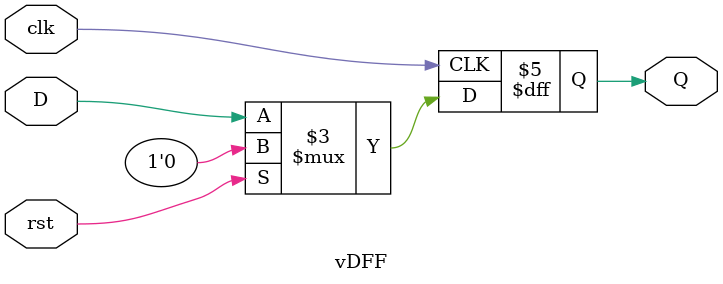
<source format=sv>
module vDFF(clk,rst,D,Q);
  parameter n=1;
  input clk;
  input rst;
  input [n-1:0] D;
  output [n-1:0] Q;
  reg [n-1:0] Q;

  always @(posedge clk)begin
    if(rst) begin
        Q <= 0;
    end else begin
        Q <= D;
    end
  end
    
endmodule
</source>
